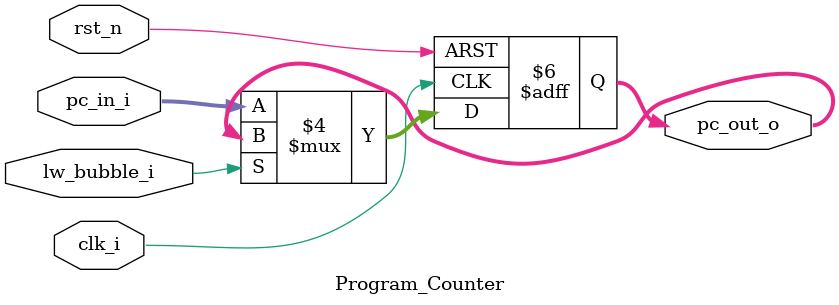
<source format=v>
module Program_Counter( clk_i, rst_n, pc_in_i, pc_out_o , lw_bubble_i);
     
//I/O ports
input           clk_i;
input	        rst_n;
input  [32-1:0] pc_in_i;
input lw_bubble_i;
output [32-1:0] pc_out_o;
 
//Internal Signals
reg    [32-1:0] pc_out_o;

//Main function
always @(posedge clk_i or negedge rst_n) begin
    if(~rst_n)
	    pc_out_o <= 0;
	else if(!lw_bubble_i)
	    pc_out_o <= pc_in_i;
end

endmodule
</source>
